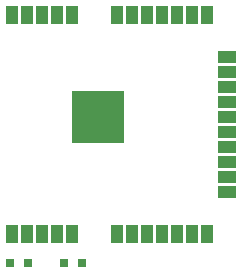
<source format=gbr>
G04 EAGLE Gerber X2 export*
%TF.Part,Single*%
%TF.FileFunction,Paste,Top*%
%TF.FilePolarity,Positive*%
%TF.GenerationSoftware,Autodesk,EAGLE,8.7.0*%
%TF.CreationDate,2021-03-05T05:11:20Z*%
G75*
%MOMM*%
%FSLAX34Y34*%
%LPD*%
%AMOC8*
5,1,8,0,0,1.08239X$1,22.5*%
G01*
%ADD10R,0.800000X0.800000*%
%ADD11R,1.000000X1.500000*%
%ADD12R,1.500000X1.000000*%
%ADD13R,4.500000X4.500000*%


D10*
X180340Y22860D03*
X165100Y22860D03*
X134620Y22860D03*
X119380Y22860D03*
D11*
X158600Y47200D03*
X171300Y47200D03*
X209400Y47200D03*
X222100Y47200D03*
X234800Y47200D03*
X247500Y47200D03*
D12*
X303000Y197000D03*
D11*
X285600Y232200D03*
X272900Y232200D03*
X260200Y232200D03*
X247500Y232200D03*
X234800Y232200D03*
X222100Y232200D03*
X209400Y232200D03*
D12*
X303000Y108100D03*
D11*
X260200Y47200D03*
X272900Y47200D03*
X285600Y47200D03*
D12*
X303000Y82700D03*
X303000Y95400D03*
D11*
X145900Y47200D03*
X133200Y47200D03*
X120500Y47200D03*
D12*
X303000Y120800D03*
X303000Y133500D03*
X303000Y146200D03*
X303000Y184300D03*
X303000Y171600D03*
X303000Y158900D03*
D11*
X171300Y232200D03*
X158600Y232200D03*
X145900Y232200D03*
X133200Y232200D03*
X120500Y232200D03*
D13*
X193800Y146500D03*
M02*

</source>
